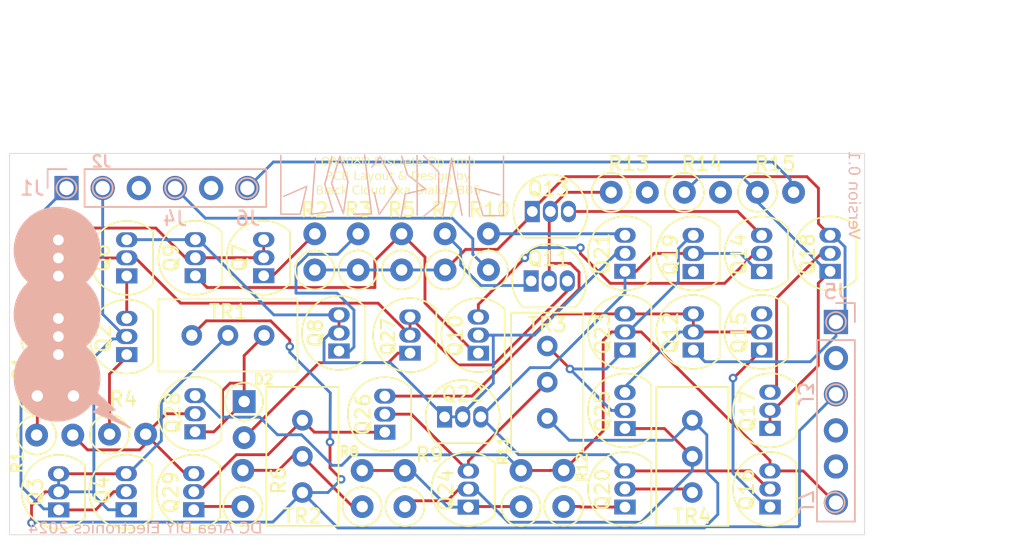
<source format=kicad_pcb>
(kicad_pcb (version 20240108) (generator "pcbnew") (generator_version "8.0")
  (layers (0 "F.Cu" signal) (31 "B.Cu" signal) (34 "B.Paste" user) (35 "F.Paste" user) (36 "B.SilkS" user "B.Silkscreen") (37 "F.SilkS" user "F.Silkscreen") (38 "B.Mask" user) (39 "F.Mask" user) (44 "Edge.Cuts" user))
  (net 0 "")
  (net 1 "Net-(D1-A)")
  (net 2 "Net-(D1-K)")
  (net 3 "Net-(D2-K)")
  (net 4 "Net-(D2-A)")
  (net 5 "Net-(J1-Pin_1)")
  (net 6 "Net-(J2-Pin_1)")
  (net 7 "Net-(J3-Pin_1)")
  (net 8 "Net-(J4-Pin_1)")
  (net 9 "Net-(J5-Pin_1)")
  (net 10 "Net-(J6-Pin_1)")
  (net 11 "Net-(J7-Pin_1)")
  (net 12 "Net-(Q1-C)")
  (net 13 "Net-(Q2-C)")
  (net 14 "Net-(Q2-E)")
  (net 15 "Net-(Q3-C)")
  (net 16 "Net-(Q5-C)")
  (net 17 "Net-(Q11-C)")
  (net 18 "Net-(Q7-E)")
  (net 19 "Net-(Q8-E)")
  (net 20 "Net-(Q10-E)")
  (net 21 "Net-(Q10-C)")
  (net 22 "Net-(Q11-E)")
  (net 23 "Net-(Q11-B)")
  (net 24 "Net-(Q13-E)")
  (net 25 "Net-(Q14-E)")
  (net 26 "Net-(Q15-E)")
  (net 27 "Net-(Q15-C)")
  (net 28 "Net-(Q17-B)")
  (net 29 "Net-(Q19-E)")
  (net 30 "Net-(Q20-B)")
  (net 31 "Net-(Q20-E)")
  (net 32 "Net-(Q21-C)")
  (net 33 "Net-(Q23-D)")
  (net 34 "Net-(Q24-C)")
  (net 35 "Net-(Q24-E)")
  (net 36 "Net-(Q24-B)")
  (net 37 "Net-(Q26-E)")
  (net 38 "Net-(Q28-B)")
  (net 39 "Net-(Q29-E)")
  (net 40 "Net-(R6-Pad2)")
  (footprint "Package_TO_SOT_THT:TO-92_Inline" (layer "F.Cu") (at 200.84 73.72 90)
    (property "Reference" "Q21")
    (property "Value" "2N3904")
  )
  (footprint "Resistor_THT:R_Axial_DIN0207_L6.3mm_D2.5mm_P2.54mm_Vertical" (layer "F.Cu") (at 182.1 73.62 90)
    (property "Reference" "R3")
    (property "Value" "20k")
  )
  (footprint "Potentiometer_THT:Potentiometer_Bourns_3386C_Horizontal" (layer "F.Cu") (at 175.49 78.22 -90)
    (property "Reference" "TR1")
    (property "Value" "50k")
  )
  (footprint "Package_TO_SOT_THT:TO-92_Inline" (layer "F.Cu") (at 200.84 84.77 90)
    (property "Reference" "Q25")
    (property "Value" "2N3904")
  )
  (footprint "Resistor_THT:R_Axial_DIN0207_L6.3mm_D2.5mm_P2.54mm_Vertical" (layer "F.Cu") (at 185.38 90.26 90)
    (property "Reference" "R9")
    (property "Value" "20k")
  )
  (footprint "Package_TO_SOT_THT:TO-92_Inline" (layer "F.Cu") (at 194.33 69.51)
    (property "Reference" "Q13")
    (property "Value" "NPN")
  )
  (footprint "Package_TO_SOT_THT:TO-92_Inline" (layer "F.Cu") (at 165.84 79.57 90)
    (property "Reference" "Q2")
    (property "Value" "2N3904")
  )
  (footprint "Package_TO_SOT_THT:TO-92_Inline" (layer "F.Cu") (at 200.84 90.29 90)
    (property "Reference" "Q20")
    (property "Value" "2N3904")
  )
  (footprint "Package_TO_SOT_THT:TO-92_Inline" (layer "F.Cu") (at 205.64 79.25 90)
    (property "Reference" "Q12")
    (property "Value" "2N3906")
  )
  (footprint "Package_TO_SOT_THT:TO-92_Inline" (layer "F.Cu") (at 189.84 90.3 90)
    (property "Reference" "Q24")
    (property "Value" "2N3904")
  )
  (footprint "Potentiometer_THT:Potentiometer_Bourns_3386C_Horizontal" (layer "F.Cu") (at 195.38 78.97)
    (property "Reference" "TR3")
    (property "Value" "940ohm")
  )
  (footprint "Package_TO_SOT_THT:TO-92_Inline" (layer "F.Cu") (at 165.84 74.04 90)
    (property "Reference" "Q6")
    (property "Value" "2N3904")
  )
  (footprint "Resistor_THT:R_Axial_DIN0207_L6.3mm_D2.5mm_P2.54mm_Vertical" (layer "F.Cu") (at 159.51 85.23)
    (property "Reference" "R1")
    (property "Value" "2k")
  )
  (footprint "Resistor_THT:R_Axial_DIN0207_L6.3mm_D2.5mm_P2.54mm_Vertical" (layer "F.Cu") (at 188.2 73.62 90)
    (property "Reference" "R7")
    (property "Value" "10k")
  )
  (footprint "Package_TO_SOT_THT:TO-92_Inline" (layer "F.Cu") (at 194.25 74.4)
    (property "Reference" "Q11")
    (property "Value" "2N3906")
  )
  (footprint "Package_TO_SOT_THT:TO-92_Inline" (layer "F.Cu") (at 165.8 90.48 90)
    (property "Reference" "Q4")
    (property "Value" "2N3904")
  )
  (footprint "Package_TO_SOT_THT:TO-92_Inline" (layer "F.Cu") (at 183.97 85.03 90)
    (property "Reference" "Q26")
    (property "Value" "2N3904")
  )
  (footprint "Package_TO_SOT_THT:TO-92_Inline" (layer "F.Cu") (at 170.64 85 90)
    (property "Reference" "Q28")
    (property "Value" "2N3906")
  )
  (footprint "Resistor_THT:R_Axial_DIN0207_L6.3mm_D2.5mm_P2.54mm_Vertical" (layer "F.Cu") (at 182.38 90.26 90)
    (property "Reference" "R8")
    (property "Value" "500ohm")
  )
  (footprint "Package_TO_SOT_THT:TO-92_Inline" (layer "F.Cu") (at 185.74 79.47 90)
    (property "Reference" "Q27")
    (property "Value" "2N3904")
  )
  (footprint "Resistor_THT:R_Axial_DIN0207_L6.3mm_D2.5mm_P2.54mm_Vertical" (layer "F.Cu") (at 199.87 68.16)
    (property "Reference" "R13")
    (property "Value" "2k")
  )
  (footprint "Resistor_THT:R_Axial_DIN0207_L6.3mm_D2.5mm_P2.54mm_Vertical" (layer "F.Cu") (at 164.63 85.17)
    (property "Reference" "R4")
    (property "Value" "2k")
  )
  (footprint "Package_TO_SOT_THT:TO-92_Inline" (layer "F.Cu") (at 188.17 83.95)
    (property "Reference" "Q22")
    (property "Value" "~")
  )
  (footprint "Resistor_THT:R_Axial_DIN0207_L6.3mm_D2.5mm_P2.54mm_Vertical" (layer "F.Cu") (at 193.54 90.26 90)
    (property "Reference" "R11")
    (property "Value" "1k")
  )
  (footprint "Package_TO_SOT_THT:TO-92_Inline" (layer "F.Cu") (at 190.54 79.47 90)
    (property "Reference" "Q10")
    (property "Value" "2N3906")
  )
  (footprint "Resistor_THT:R_Axial_DIN0207_L6.3mm_D2.5mm_P2.54mm_Vertical" (layer "F.Cu") (at 205.01 68.16)
    (property "Reference" "R14")
    (property "Value" "240ohm")
  )
  (footprint "Package_TO_SOT_THT:TO-92_Inline" (layer "F.Cu") (at 161.04 74.05 90)
    (property "Reference" "Q5")
    (property "Value" "2N3904")
  )
  (footprint "Package_TO_SOT_THT:TO-92_Inline" (layer "F.Cu") (at 170.66 74.03 90)
    (property "Reference" "Q9")
    (property "Value" "2N3906")
  )
  (footprint "Resistor_THT:R_Axial_DIN0207_L6.3mm_D2.5mm_P2.54mm_Vertical" (layer "F.Cu") (at 210.145 68.16)
    (property "Reference" "R15")
    (property "Value" "90ohm")
  )
  (footprint "Package_TO_SOT_THT:TO-92_Inline" (layer "F.Cu") (at 175.46 74.03 90)
    (property "Reference" "Q7")
    (property "Value" "2N3906")
  )
  (footprint "Package_TO_SOT_THT:TO-92_Inline" (layer "F.Cu") (at 200.84 79.25 90)
    (property "Reference" "Q23")
    (property "Value" "NJFET")
  )
  (footprint "Package_TO_SOT_THT:TO-92_Inline" (layer "F.Cu") (at 211.03 90.29 90)
    (property "Reference" "Q16")
    (property "Value" "2N3906")
  )
  (footprint "Resistor_THT:R_Axial_DIN0207_L6.3mm_D2.5mm_P2.54mm_Vertical" (layer "F.Cu") (at 191.25 73.615 90)
    (property "Reference" "R10")
    (property "Value" "5.6k")
  )
  (footprint "Diode_THT:D_DO-35_SOD27_P2.54mm_Vertical_AnodeUp" (layer "F.Cu") (at 174.09 82.87 -90)
    (property "Reference" "D2")
    (property "Value" "1N5711")
  )
  (footprint "Diode_THT:D_DO-35_SOD27_P2.54mm_Vertical_AnodeUp" (layer "F.Cu") (at 159.56 82.48)
    (property "Reference" "D1")
    (property "Value" "1N5711")
  )
  (footprint "Potentiometer_THT:Potentiometer_Bourns_3386C_Horizontal" (layer "F.Cu") (at 205.57 89.27 180)
    (property "Reference" "TR4")
    (property "Value" "20k")
  )
  (footprint "Resistor_THT:R_Axial_DIN0207_L6.3mm_D2.5mm_P2.54mm_Vertical" (layer "F.Cu") (at 196.54 90.25 90)
    (property "Reference" "R12")
    (property "Value" "820ohm")
  )
  (footprint "Package_TO_SOT_THT:TO-92_Inline" (layer "F.Cu") (at 205.64 73.73 90)
    (property "Reference" "Q19")
    (property "Value" "2N3906")
  )
  (footprint "Package_TO_SOT_THT:TO-92_Inline" (layer "F.Cu") (at 161.06 90.49 90)
    (property "Reference" "Q3")
    (property "Value" "2N3904")
  )
  (footprint "Resistor_THT:R_Axial_DIN0207_L6.3mm_D2.5mm_P2.54mm_Vertical" (layer "F.Cu") (at 179.05 73.62 90)
    (property "Reference" "R2")
    (property "Value" "20k")
  )
  (footprint "Package_TO_SOT_THT:TO-92_Inline" (layer "F.Cu") (at 180.75 79.32 90)
    (property "Reference" "Q8")
    (property "Value" "2N3906")
  )
  (footprint "Package_TO_SOT_THT:TO-92_Inline" (layer "F.Cu") (at 161.04 79.57 90)
    (property "Reference" "Q1")
    (property "Value" "2N3904")
  )
  (footprint "Resistor_THT:R_Axial_DIN0207_L6.3mm_D2.5mm_P2.54mm_Vertical" (layer "F.Cu") (at 185.15 73.62 90)
    (property "Reference" "R5")
    (property "Value" "10k")
  )
  (footprint "Potentiometer_THT:Potentiometer_Bourns_3386C_Horizontal" (layer "F.Cu") (at 178.18 84.19)
    (property "Reference" "TR2")
    (property "Value" "60k")
  )
  (footprint "Package_TO_SOT_THT:TO-92_Inline" (layer "F.Cu") (at 211.03 84.76 90)
    (property "Reference" "Q17")
    (property "Value" "2N3904")
  )
  (footprint "Package_TO_SOT_THT:TO-92_Inline" (layer "F.Cu") (at 210.44 73.73 90)
    (property "Reference" "Q14")
    (property "Value" "2N3904")
  )
  (footprint "Package_TO_SOT_THT:TO-92_Inline" (layer "F.Cu") (at 170.55 90.48 90)
    (property "Reference" "Q29")
    (property "Value" "2N3904")
  )
  (footprint "Resistor_THT:R_Axial_DIN0207_L6.3mm_D2.5mm_P2.54mm_Vertical" (layer "F.Cu") (at 174 90.25 90)
    (property "Reference" "R6")
    (property "Value" "6.4k")
  )
  (footprint "Package_TO_SOT_THT:TO-92_Inline" (layer "F.Cu") (at 215.25 73.72 90)
    (property "Reference" "Q18")
    (property "Value" "2N3904")
  )
  (footprint "Package_TO_SOT_THT:TO-92_Inline" (layer "F.Cu") (at 210.44 79.25 90)
    (property "Reference" "Q15")
    (property "Value" "2N3904")
  )
  (footprint "TestPoint:TestPoint_Pad_D1.0mm" (layer "B.Cu") (at 215.66 82.36 -90)
    (property "Reference" "J3")
    (property "Value" "Compensation 1")
  )
  (footprint "TestPoint:TestPoint_Pad_D1.0mm" (layer "B.Cu") (at 215.57 89.96 180)
    (property "Reference" "J7")
    (property "Value" "Conn_01x01")
  )
  (footprint "Connector_PinHeader_2.54mm:PinHeader_1x06_P2.54mm_Vertical" (layer "B.Cu") (at 215.66 77.28 180)
    (property "Reference" "REF**" (hide yes))
    (property "Value" "PinHeader_1x06_P2.54mm_Vertical")
  )
  (footprint "TestPoint:TestPoint_Pad_D1.0mm" (layer "B.Cu") (at 161.61 67.86 180)
    (property "Reference" "J1")
    (property "Value" "Conn_01x01")
  )
  (footprint "TestPoint:TestPoint_Pad_D1.0mm" (layer "B.Cu") (at 164.15 67.86 180)
    (property "Reference" "J2")
    (property "Value" "Conn_01x01")
  )
  (footprint "TestPoint:TestPoint_Pad_D1.0mm" (layer "B.Cu") (at 174.31 67.86 180)
    (property "Reference" "J6")
    (property "Value" "Conn_01x01")
  )
  (footprint "TestPoint:TestPoint_Pad_D1.0mm" (layer "B.Cu") (at 169.24 67.86 180)
    (property "Reference" "J4")
    (property "Value" "Compensation 8")
  )
  (footprint "Black Cloud Main:BlackCloudonlyHellaSmall" (layer "B.Cu") (at 160.447054 76.732053 -90)
    (property "Reference" "REF**")
    (property "Value" "BlackCloudonlyHellaSmall")
  )
  (footprint "Connector_PinHeader_2.54mm:PinHeader_1x06_P2.54mm_Vertical" (layer "B.Cu") (at 161.61 67.86 -90)
    (property "Reference" "REF**" (hide yes))
    (property "Value" "PinHeader_1x06_P2.54mm_Vertical")
  )
  (footprint "TestPoint:TestPoint_Pad_D1.0mm" (layer "B.Cu") (at 215.66 77.28 180)
    (property "Reference" "J5")
    (property "Value" "Conn_01x01")
  )
  (footprint "TJLibrary:BlackCloudLogoOnlySmall" (layer "B.Cu") (at 184.84 67.9 180)
    (property "Reference" "REF**" (hide yes))
    (property "Value" "BlackCloudLogoOnlySmall" (hide yes))
  )
  (gr_rect (start 157.61 65.43) (end 217.67 92.24) (stroke (width 0.05)) (fill none) (layer "Edge.Cuts"))
  (gr_text "Version 0.1" (at 216.42 71.48 -90) (layer "B.SilkS") (effects (font (size 0.8 0.8) (thickness 0.1)) (justify left bottom mirror)))
  (gr_text "DC Area DIY Electronics 2024" (at 175.37 92.28 0) (layer "B.SilkS") (effects (font (size 0.8 0.8) (thickness 0.1)) (justify left bottom mirror)))
  (gr_text "OA308D Discrete Op Amp\nPCB Layout & Design by\nBlack Cloud aka Dialup BBS" (at 184.91 68.4 0) (layer "F.SilkS") (effects (font (size 0.6 0.6) (thickness 0.1)) (justify bottom)))
  (segment (start 170.41 78.22) (end 171.43 77.2) (width 0.2) (layer "F.Cu") (net 0))
  (segment (start 171.43 77.2) (end 175.95 77.2) (width 0.2) (layer "F.Cu") (net 0))
  (segment (start 177.29 79.01) (end 177.29 79) (width 0.2) (layer "F.Cu") (net 0))
  (segment (start 175.95 77.2) (end 177.29 78.54) (width 0.2) (layer "F.Cu") (net 0))
  (segment (start 161.06 89.22) (end 160.11 89.22) (width 0.2) (layer "F.Cu") (net 0))
  (segment (start 177.29 78.54) (end 177.29 79.01) (width 0.2) (layer "F.Cu") (net 0))
  (segment (start 180.12 87.54) (end 180.9 88.34) (width 0.2) (layer "F.Cu") (net 0))
  (segment (start 159.15 90.18) (end 159.15 91.4) (width 0.2) (layer "F.Cu") (net 0))
  (segment (start 180.9 88.34) (end 180.79 88.21) (width 0.2) (layer "F.Cu") (net 0))
  (segment (start 160.11 89.22) (end 159.15 90.18) (width 0.2) (layer "F.Cu") (net 0))
  (segment (start 180.12 85.72) (end 180.12 87.54) (width 0.2) (layer "F.Cu") (net 0))
  (via (at 177.29 79.01) (size 0.6) (drill 0.3) (layers "F.Cu" "B.Cu") (net 0))
  (via (at 180.9 88.34) (size 0.6) (drill 0.3) (layers "F.Cu" "B.Cu") (net 0))
  (via (at 180.12 85.72) (size 0.6) (drill 0.3) (layers "F.Cu" "B.Cu") (net 0))
  (via (at 159.15 91.4) (size 0.6) (drill 0.3) (layers "F.Cu" "B.Cu") (net 0))
  (segment (start 161.06 88.654315) (end 160.777157 88.937158) (width 0.2) (layer "B.Cu") (net 0))
  (segment (start 206.41 91.76) (end 207.36 90.81) (width 0.2) (layer "B.Cu") (net 0))
  (segment (start 180.12 85.72) (end 180.14 85.56) (width 0.2) (layer "B.Cu") (net 0))
  (segment (start 178.18 89.27) (end 180.67 91.76) (width 0.2) (layer "B.Cu") (net 0))
  (segment (start 213.1 84.92) (end 215.66 82.36) (width 0.2) (layer "B.Cu") (net 0))
  (segment (start 212.995 91.675) (end 213.1 91.57) (width 0.2) (layer "B.Cu") (net 0))
  (segment (start 177.29 79.01) (end 177.29 79.41) (width 0.2) (layer "B.Cu") (net 0))
  (segment (start 206.495 91.675) (end 212.995 91.675) (width 0.2) (layer "B.Cu") (net 0))
  (segment (start 206.41 91.76) (end 206.495 91.675) (width 0.2) (layer "B.Cu") (net 0))
  (segment (start 159.24 91.35) (end 159.29 91.4) (width 0.2) (layer "B.Cu") (net 0))
  (segment (start 213.1 91.57) (end 213.1 84.92) (width 0.2) (layer "B.Cu") (net 0))
  (segment (start 180.14 82.26) (end 180.12 85.72) (width 0.2) (layer "B.Cu") (net 0))
  (segment (start 161.06 87.95) (end 161.06 88.654315) (width 0.2) (layer "B.Cu") (net 0))
  (segment (start 177.29 79.41) (end 180.14 82.26) (width 0.2) (layer "B.Cu") (net 0))
  (segment (start 159.15 91.4) (end 159.15 91.26) (width 0.2) (layer "B.Cu") (net 0))
  (segment (start 159.15 91.26) (end 159.09 91.2) (width 0.2) (layer "B.Cu") (net 0))
  (segment (start 206.59 87.85) (end 206.59 85.21) (width 0.2) (layer "B.Cu") (net 0))
  (segment (start 179.97 89.27) (end 178.18 89.27) (width 0.2) (layer "B.Cu") (net 0))
  (segment (start 207.36 90.81) (end 207.36 88.62) (width 0.2) (layer "B.Cu") (net 0))
  (segment (start 180.9 88.34) (end 179.97 89.27) (width 0.2) (layer "B.Cu") (net 0))
  (segment (start 180.67 91.76) (end 206.41 91.76) (width 0.2) (layer "B.Cu") (net 0))
  (segment (start 196.925 85.595) (end 195.38 84.05) (width 0.2) (layer "B.Cu") (net 0))
  (segment (start 207.36 88.62) (end 206.59 87.85) (width 0.2) (layer "B.Cu") (net 0))
  (segment (start 159.29 91.4) (end 159.15 91.4) (width 0.2) (layer "B.Cu") (net 0))
  (segment (start 178.18 89.27) (end 176.1 91.35) (width 0.2) (layer "B.Cu") (net 0))
  (segment (start 206.59 85.21) (end 205.57 84.19) (width 0.2) (layer "B.Cu") (net 0))
  (segment (start 204.165 85.595) (end 196.925 85.595) (width 0.2) (layer "B.Cu") (net 0))
  (segment (start 176.1 91.35) (end 159.24 91.35) (width 0.2) (layer "B.Cu") (net 0))
  (segment (start 205.57 84.19) (end 204.165 85.595) (width 0.2) (layer "B.Cu") (net 0))
  (segment (start 161.05 79.72) (end 161.05 81.43) (width 0.2) (layer "F.Cu") (net 1))
  (segment (start 161.05 81.43) (end 162.1 82.48) (width 0.2) (layer "F.Cu") (net 1))
  (segment (start 161.05 79.72) (end 161.03 79.74) (width 0.2) (layer "F.Cu") (net 1))
  (segment (start 159.56 85.18) (end 159.51 85.23) (width 0.2) (layer "F.Cu") (net 2))
  (segment (start 159.56 82.48) (end 159.56 85.18) (width 0.2) (layer "F.Cu") (net 2))
  (segment (start 173.1 81.58) (end 174.09 81.58) (width 0.2) (layer "F.Cu") (net 3))
  (segment (start 174.09 82.87) (end 174.09 81.58) (width 0.2) (layer "F.Cu") (net 3))
  (segment (start 174.09 81.58) (end 174.09 79.64) (width 0.2) (layer "F.Cu") (net 3))
  (segment (start 170.64 85) (end 171.96 85) (width 0.2) (layer "F.Cu") (net 3))
  (segment (start 172.57 84.39) (end 172.57 82.11) (width 0.2) (layer "F.Cu") (net 3))
  (segment (start 172.56 84.4) (end 172.57 84.39) (width 0.2) (layer "F.Cu") (net 3))
  (segment (start 171.96 85) (end 172.56 84.4) (width 0.2) (layer "F.Cu") (net 3))
  (segment (start 174.09 79.64) (end 175.44 78.29) (width 0.2) (layer "F.Cu") (net 3))
  (segment (start 172.57 82.11) (end 173.1 81.58) (width 0.2) (layer "F.Cu") (net 3))
  (segment (start 172.56 84.4) (end 174.09 82.87) (width 0.2) (layer "F.Cu") (net 3))
  (segment (start 184.215 80.145) (end 179.355 80.145) (width 0.2) (layer "F.Cu") (net 4))
  (segment (start 185.74 79.47) (end 184.89 79.47) (width 0.2) (layer "F.Cu") (net 4))
  (segment (start 184.89 79.47) (end 184.215 80.145) (width 0.2) (layer "F.Cu") (net 4))
  (segment (start 179.355 80.145) (end 174.09 85.41) (width 0.2) (layer "F.Cu") (net 4))
  (segment (start 163.65 90.49) (end 161.06 90.49) (width 0.2) (layer "F.Cu") (net 5))
  (segment (start 164.93 89.21) (end 163.65 90.49) (width 0.2) (layer "F.Cu") (net 5))
  (segment (start 165.8 89.21) (end 164.93 89.21) (width 0.2) (layer "F.Cu") (net 5))
  (segment (start 159.99 69.48) (end 159.99 77.475) (width 0.2) (layer "B.Cu") (net 5))
  (segment (start 158.41 80.14) (end 158.41 88.82) (width 0.2) (layer "B.Cu") (net 5))
  (segment (start 160.1 78.45) (end 158.41 80.14) (width 0.2) (layer "B.Cu") (net 5))
  (segment (start 160.01 90.42) (end 160.59 90.42) (width 0.2) (layer "B.Cu") (net 5))
  (segment (start 161.61 67.86) (end 159.99 69.48) (width 0.2) (layer "B.Cu") (net 5))
  (segment (start 159.99 77.475) (end 160.815 78.3) (width 0.2) (layer "B.Cu") (net 5))
  (segment (start 158.41 88.82) (end 160.01 90.42) (width 0.2) (layer "B.Cu") (net 5))
  (segment (start 160.815 78.3) (end 161.04 78.3) (width 0.2) (layer "B.Cu") (net 5))
  (segment (start 161.05 78.45) (end 160.1 78.45) (width 0.2) (layer "B.Cu") (net 5))
  (segment (start 165.8 90.48) (end 165.8 90.49) (width 0.2) (layer "F.Cu") (net 6))
  (segment (start 165.8 90.49) (end 165.83 90.52) (width 0.2) (layer "F.Cu") (net 6))
  (segment (start 163.53 79.78) (end 163.53 89.47) (width 0.2) (layer "B.Cu") (net 6))
  (segment (start 164.84 78.47) (end 163.53 79.78) (width 0.2) (layer "B.Cu") (net 6))
  (segment (start 165.615 78.3) (end 165.84 78.3) (width 0.2) (layer "B.Cu") (net 6))
  (segment (start 164.15 67.86) (end 164.15 76.731726) (width 0.2) (layer "B.Cu") (net 6))
  (segment (start 163.53 89.47) (end 164.54 90.48) (width 0.2) (layer "B.Cu") (net 6))
  (segment (start 164.54 90.48) (end 165.8 90.48) (width 0.2) (layer "B.Cu") (net 6))
  (segment (start 161.06 89.22) (end 163.53 89.22) (width 0.2) (layer "B.Cu") (net 6))
  (segment (start 165.79 78.47) (end 164.84 78.47) (width 0.2) (layer "B.Cu") (net 6))
  (segment (start 164.15 76.731726) (end 165.718274 78.3) (width 0.2) (layer "B.Cu") (net 6))
  (segment (start 165.718274 78.3) (end 165.84 78.3) (width 0.2) (layer "B.Cu") (net 6))
  (segment (start 180.75 76.78) (end 180.75 78.05) (width 0.2) (layer "F.Cu") (net 7))
  (segment (start 200.235 72.45) (end 200.84 72.45) (width 0.2) (layer "B.Cu") (net 7))
  (segment (start 189.44 83.725) (end 191.59 81.575) (width 0.2) (layer "B.Cu") (net 7))
  (segment (start 170.885 71.49) (end 176.175 76.78) (width 0.2) (layer "B.Cu") (net 7))
  (segment (start 179.7 78.495) (end 180.145 78.05) (width 0.2) (layer "B.Cu") (net 7))
  (segment (start 176.175 76.78) (end 180.75 76.78) (width 0.2) (layer "B.Cu") (net 7))
  (segment (start 180.145 78.05) (end 180.75 78.05) (width 0.2) (layer "B.Cu") (net 7))
  (segment (start 189.44 83.95) (end 189.44 83.725) (width 0.2) (layer "B.Cu") (net 7))
  (segment (start 184.365 80.145) (end 179.7 80.145) (width 0.2) (layer "B.Cu") (net 7))
  (segment (start 170.66 71.49) (end 170.885 71.49) (width 0.2) (layer "B.Cu") (net 7))
  (segment (start 166.51 71.5) (end 166.52 71.49) (width 0.2) (layer "B.Cu") (net 7))
  (segment (start 191.49 78.2) (end 190.54 78.2) (width 0.2) (layer "B.Cu") (net 7))
  (segment (start 165.84 71.5) (end 166.51 71.5) (width 0.2) (layer "B.Cu") (net 7))
  (segment (start 179.7 80.145) (end 179.7 78.495) (width 0.2) (layer "B.Cu") (net 7))
  (segment (start 194.485 78.2) (end 200.235 72.45) (width 0.2) (layer "B.Cu") (net 7))
  (segment (start 191.59 81.575) (end 191.59 78.3) (width 0.2) (layer "B.Cu") (net 7))
  (segment (start 188.17 83.95) (end 184.365 80.145) (width 0.2) (layer "B.Cu") (net 7))
  (segment (start 191.59 78.3) (end 191.49 78.2) (width 0.2) (layer "B.Cu") (net 7))
  (segment (start 189.44 83.95) (end 188.17 83.95) (width 0.2) (layer "B.Cu") (net 7))
  (segment (start 166.52 71.49) (end 170.66 71.49) (width 0.2) (layer "B.Cu") (net 7))
  (segment (start 190.54 78.2) (end 194.485 78.2) (width 0.2) (layer "B.Cu") (net 7))
  (segment (start 190.15 72.515) (end 191.25 73.615) (width 0.2) (layer "B.Cu") (net 8))
  (segment (start 171.36 69.98) (end 188.7 69.98) (width 0.2) (layer "B.Cu") (net 8))
  (segment (start 188.7 69.98) (end 190.15 71.43) (width 0.2) (layer "B.Cu") (net 8))
  (segment (start 169.24 67.86) (end 171.36 69.98) (width 0.2) (layer "B.Cu") (net 8))
  (segment (start 190.15 71.43) (end 190.15 72.515) (width 0.2) (layer "B.Cu") (net 8))
  (segment (start 214.43 70.36) (end 215.25 71.18) (width 0.2) (layer "F.Cu") (net 9))
  (segment (start 194.33 69.388274) (end 196.658274 67.06) (width 0.2) (layer "F.Cu") (net 9))
  (segment (start 194.33 69.735) (end 194.33 69.51) (width 0.2) (layer "F.Cu") (net 9))
  (segment (start 196.658274 67.06) (end 213.62 67.06) (width 0.2) (layer "F.Cu") (net 9))
  (segment (start 188.2 73.62) (end 189.645 72.175) (width 0.2) (layer "F.Cu") (net 9))
  (segment (start 214.43 67.87) (end 214.43 70.36) (width 0.2) (layer "F.Cu") (net 9))
  (segment (start 215.25 71.18) (end 215.371726 71.18) (width 0.2) (layer "F.Cu") (net 9))
  (segment (start 213.62 67.06) (end 214.43 67.87) (width 0.2) (layer "F.Cu") (net 9))
  (segment (start 194.33 69.51) (end 194.33 69.388274) (width 0.2) (layer "F.Cu") (net 9))
  (segment (start 189.645 72.175) (end 191.89 72.175) (width 0.2) (layer "F.Cu") (net 9))
  (segment (start 191.89 72.175) (end 194.33 69.735) (width 0.2) (layer "F.Cu") (net 9))
  (segment (start 216.3 72.005) (end 215.475 71.18) (width 0.2) (layer "B.Cu") (net 9))
  (segment (start 213.855 80.075) (end 215.66 78.27) (width 0.2) (layer "B.Cu") (net 9))
  (segment (start 206.465 80.075) (end 213.855 80.075) (width 0.2) (layer "B.Cu") (net 9))
  (segment (start 216.3 76.64) (end 216.3 72.005) (width 0.2) (layer "B.Cu") (net 9))
  (segment (start 215.475 71.18) (end 215.25 71.18) (width 0.2) (layer "B.Cu") (net 9))
  (segment (start 215.66 77.28) (end 216.3 76.64) (width 0.2) (layer "B.Cu") (net 9))
  (segment (start 205.64 79.25) (end 206.465 80.075) (width 0.2) (layer "B.Cu") (net 9))
  (segment (start 179.05 73.62) (end 188.2 73.62) (width 0.2) (layer "B.Cu") (net 9))
  (segment (start 215.66 78.27) (end 215.66 77.28) (width 0.2) (layer "B.Cu") (net 9))
  (segment (start 212.45 67.27) (end 212.45 67.925) (width 0.2) (layer "B.Cu") (net 10))
  (segment (start 212.45 67.925) (end 212.685 68.16) (width 0.2) (layer "B.Cu") (net 10))
  (segment (start 211.21 66.03) (end 212.45 67.27) (width 0.2) (layer "B.Cu") (net 10))
  (segment (start 176.14 66.03) (end 211.21 66.03) (width 0.2) (layer "B.Cu") (net 10))
  (segment (start 174.31 67.86) (end 176.14 66.03) (width 0.2) (layer "B.Cu") (net 10))
  (segment (start 201.985 77.98) (end 200.84 77.98) (width 0.2) (layer "F.Cu") (net 11))
  (segment (start 196.54 87.71) (end 195.6 87.71) (width 0.2) (layer "F.Cu") (net 11))
  (segment (start 199.310761 84.939239) (end 196.54 87.71) (width 0.2) (layer "F.Cu") (net 11))
  (segment (start 200.84 77.98) (end 199.89 77.98) (width 0.2) (layer "F.Cu") (net 11))
  (segment (start 215.57 89.96) (end 213.36 87.75) (width 0.2) (layer "F.Cu") (net 11))
  (segment (start 213.36 87.75) (end 211.03 87.75) (width 0.2) (layer "F.Cu") (net 11))
  (segment (start 193.215 87.705) (end 193.205 87.715) (width 0.2) (layer "F.Cu") (net 11))
  (segment (start 199.89 77.98) (end 199.310761 78.559239) (width 0.2) (layer "F.Cu") (net 11))
  (segment (start 195.6 87.71) (end 195.59 87.72) (width 0.2) (layer "F.Cu") (net 11))
  (segment (start 211.03 87.025) (end 201.985 77.98) (width 0.2) (layer "F.Cu") (net 11))
  (segment (start 195.59 87.72) (end 193.54 87.72) (width 0.2) (layer "F.Cu") (net 11))
  (segment (start 211.03 87.75) (end 211.03 87.025) (width 0.2) (layer "F.Cu") (net 11))
  (segment (start 199.310761 78.559239) (end 199.310761 84.939239) (width 0.2) (layer "F.Cu") (net 11))
  (segment (start 175.19 83.97) (end 172.375 83.97) (width 0.2) (layer "B.Cu") (net 11))
  (segment (start 172.375 83.97) (end 170.865 82.46) (width 0.2) (layer "B.Cu") (net 11))
  (segment (start 204.59 72.118274) (end 205.518274 71.19) (width 0.2) (layer "B.Cu") (net 11))
  (segment (start 180.935686 87.36) (end 180.264314 87.36) (width 0.2) (layer "B.Cu") (net 11))
  (segment (start 204.59 74.455) (end 204.59 72.118274) (width 0.2) (layer "B.Cu") (net 11))
  (segment (start 181.675686 86.62) (end 180.935686 87.36) (width 0.2) (layer "B.Cu") (net 11))
  (segment (start 176.43 85.21) (end 175.19 83.97) (width 0.2) (layer "B.Cu") (net 11))
  (segment (start 193.54 87.72) (end 192.44 86.62) (width 0.2) (layer "B.Cu") (net 11))
  (segment (start 178.114314 85.21) (end 176.43 85.21) (width 0.2) (layer "B.Cu") (net 11))
  (segment (start 180.264314 87.36) (end 178.114314 85.21) (width 0.2) (layer "B.Cu") (net 11))
  (segment (start 192.44 86.62) (end 181.675686 86.62) (width 0.2) (layer "B.Cu") (net 11))
  (segment (start 170.865 82.46) (end 170.64 82.46) (width 0.2) (layer "B.Cu") (net 11))
  (segment (start 200.84 77.98) (end 201.065 77.98) (width 0.2) (layer "B.Cu") (net 11))
  (segment (start 201.065 77.98) (end 204.59 74.455) (width 0.2) (layer "B.Cu") (net 11))
  (segment (start 205.518274 71.19) (end 205.64 71.19) (width 0.2) (layer "B.Cu") (net 11))
  (segment (start 161.04 74.21) (end 161.04 77.17) (width 0.2) (layer "F.Cu") (net 12))
  (segment (start 161.04 77.17) (end 161.05 77.18) (width 0.2) (layer "F.Cu") (net 12))
  (segment (start 165.84 77.03) (end 165.84 74.04) (width 0.2) (layer "F.Cu") (net 13))
  (segment (start 164.63 80.94) (end 164.63 85.17) (width 0.2) (layer "F.Cu") (net 14))
  (segment (start 165.81 79.76) (end 164.63 80.94) (width 0.2) (layer "F.Cu") (net 14))
  (segment (start 165.79 79.74) (end 165.81 79.76) (width 0.2) (layer "F.Cu") (net 14))
  (segment (start 165.79 87.95) (end 165.8 87.94) (width 0.2) (layer "F.Cu") (net 15))
  (segment (start 161.06 87.95) (end 165.79 87.95) (width 0.2) (layer "F.Cu") (net 15))
  (segment (start 168.27 85.625635) (end 165.955635 87.94) (width 0.2) (layer "B.Cu") (net 15))
  (segment (start 165.955635 87.94) (end 165.8 87.94) (width 0.2) (layer "B.Cu") (net 15))
  (segment (start 168.27 82.92) (end 168.27 85.625635) (width 0.2) (layer "B.Cu") (net 15))
  (segment (start 172.9 78.29) (end 168.27 82.92) (width 0.2) (layer "B.Cu") (net 15))
  (segment (start 169.97 72.76) (end 170.66 72.76) (width 0.2) (layer "F.Cu") (net 16))
  (segment (start 167.885 70.675) (end 169.97 72.76) (width 0.2) (layer "F.Cu") (net 16))
  (segment (start 170.66 72.76) (end 175.46 72.76) (width 0.2) (layer "F.Cu") (net 16))
  (segment (start 161.875 70.675) (end 167.885 70.675) (width 0.2) (layer "F.Cu") (net 16))
  (segment (start 161.04 71.51) (end 161.875 70.675) (width 0.2) (layer "F.Cu") (net 16))
  (segment (start 175.46 72.76) (end 175.46 71.49) (width 0.2) (layer "F.Cu") (net 16))
  (segment (start 169.63 75.955) (end 166.445 72.77) (width 0.2) (layer "F.Cu") (net 17))
  (segment (start 166.445 72.77) (end 165.84 72.77) (width 0.2) (layer "F.Cu") (net 17))
  (segment (start 185.74 76.93) (end 189.105 80.295) (width 0.2) (layer "F.Cu") (net 17))
  (segment (start 185.74 76.93) (end 185.74 78.2) (width 0.2) (layer "F.Cu") (net 17))
  (segment (start 161.04 72.78) (end 165.83 72.78) (width 0.2) (layer "F.Cu") (net 17))
  (segment (start 196.79 75.095) (end 196.79 74.4) (width 0.2) (layer "F.Cu") (net 17))
  (segment (start 183.495 75.955) (end 169.63 75.955) (width 0.2) (layer "F.Cu") (net 17))
  (segment (start 165.83 72.78) (end 165.84 72.77) (width 0.2) (layer "F.Cu") (net 17))
  (segment (start 185.74 78.2) (end 183.495 75.955) (width 0.2) (layer "F.Cu") (net 17))
  (segment (start 191.59 80.295) (end 196.79 75.095) (width 0.2) (layer "F.Cu") (net 17))
  (segment (start 189.105 80.295) (end 191.59 80.295) (width 0.2) (layer "F.Cu") (net 17))
  (segment (start 176.1 74.03) (end 179.05 71.08) (width 0.2) (layer "F.Cu") (net 18))
  (segment (start 175.46 74.03) (end 176.1 74.03) (width 0.2) (layer "F.Cu") (net 18))
  (segment (start 181.8 79.04) (end 181.52 79.32) (width 0.2) (layer "B.Cu") (net 19))
  (segment (start 180.66 72.52) (end 178.594365 72.52) (width 0.2) (layer "B.Cu") (net 19))
  (segment (start 178.594365 72.52) (end 177.73 73.384365) (width 0.2) (layer "B.Cu") (net 19))
  (segment (start 180.611726 75.25) (end 181.8 76.438274) (width 0.2) (layer "B.Cu") (net 19))
  (segment (start 182.1 71.08) (end 180.66 72.52) (width 0.2) (layer "B.Cu") (net 19))
  (segment (start 181.8 76.438274) (end 181.8 79.04) (width 0.2) (layer "B.Cu") (net 19))
  (segment (start 177.73 73.384365) (end 177.73 75.25) (width 0.2) (layer "B.Cu") (net 19))
  (segment (start 177.73 75.25) (end 180.611726 75.25) (width 0.2) (layer "B.Cu") (net 19))
  (segment (start 181.52 79.32) (end 180.75 79.32) (width 0.2) (layer "B.Cu") (net 19))
  (segment (start 171.485 74.855) (end 170.66 74.03) (width 0.2) (layer "F.Cu") (net 20))
  (segment (start 185.15 71.08) (end 186.79 72.72) (width 0.2) (layer "F.Cu") (net 20))
  (segment (start 186.79 72.72) (end 186.79 75.945) (width 0.2) (layer "F.Cu") (net 20))
  (segment (start 185.15 71.08) (end 183.270635 72.959365) (width 0.2) (layer "F.Cu") (net 20))
  (segment (start 190.315 79.47) (end 190.54 79.47) (width 0.2) (layer "F.Cu") (net 20))
  (segment (start 183.270635 72.959365) (end 183.270635 74.855) (width 0.2) (layer "F.Cu") (net 20))
  (segment (start 186.79 75.945) (end 190.315 79.47) (width 0.2) (layer "F.Cu") (net 20))
  (segment (start 183.270635 74.855) (end 171.485 74.855) (width 0.2) (layer "F.Cu") (net 20))
  (segment (start 193.8 72.79) (end 193.8 72.77) (width 0.2) (layer "F.Cu") (net 21))
  (segment (start 190.54 76.93) (end 190.54 76.05) (width 0.2) (layer "F.Cu") (net 21))
  (segment (start 197.71 72.465) (end 199.805 74.56) (width 0.2) (layer "F.Cu") (net 21))
  (segment (start 193.82 72.77) (end 193.73 72.86) (width 0.2) (layer "F.Cu") (net 21))
  (segment (start 199.805 74.56) (end 207.84 74.56) (width 0.2) (layer "F.Cu") (net 21))
  (segment (start 207.84 74.56) (end 209.94 72.46) (width 0.2) (layer "F.Cu") (net 21))
  (segment (start 193.8 72.77) (end 193.82 72.77) (width 0.2) (layer "F.Cu") (net 21))
  (segment (start 209.94 72.46) (end 210.44 72.46) (width 0.2) (layer "F.Cu") (net 21))
  (segment (start 190.54 76.05) (end 193.8 72.79) (width 0.2) (layer "F.Cu") (net 21))
  (segment (start 197.71 72.06) (end 197.71 72.465) (width 0.2) (layer "F.Cu") (net 21))
  (via (at 193.8 72.77) (size 0.6) (drill 0.3) (layers "F.Cu" "B.Cu") (net 21))
  (via (at 197.71 72.06) (size 0.6) (drill 0.3) (layers "F.Cu" "B.Cu") (net 21))
  (segment (start 197.58 72.05) (end 197.71 72.06) (width 0.2) (layer "B.Cu") (net 21))
  (segment (start 193.8 72.77) (end 194.52 72.05) (width 0.2) (layer "B.Cu") (net 21))
  (segment (start 197.71 72.06) (end 197.6 72.05) (width 0.2) (layer "B.Cu") (net 21))
  (segment (start 194.52 72.05) (end 197.58 72.05) (width 0.2) (layer "B.Cu") (net 21))
  (segment (start 197.6 72.05) (end 197.59 72.05) (width 0.2) (layer "B.Cu") (net 21))
  (segment (start 189.3 73.29) (end 189.3 72.18) (width 0.2) (layer "B.Cu") (net 22))
  (segment (start 193.935 74.715) (end 190.725 74.715) (width 0.2) (layer "B.Cu") (net 22))
  (segment (start 194.25 74.4) (end 193.935 74.715) (width 0.2) (layer "B.Cu") (net 22))
  (segment (start 189.3 72.18) (end 188.2 71.08) (width 0.2) (layer "B.Cu") (net 22))
  (segment (start 190.725 74.715) (end 189.3 73.29) (width 0.2) (layer "B.Cu") (net 22))
  (segment (start 205.64 77.98) (end 210.44 77.98) (width 0.2) (layer "F.Cu") (net 23))
  (segment (start 195.875863 76.705863) (end 197.615 74.966726) (width 0.2) (layer "F.Cu") (net 23))
  (segment (start 195.6 69.51) (end 195.6 69.285) (width 0.2) (layer "F.Cu") (net 23))
  (segment (start 195.52 74.4) (end 195.52 73.16) (width 0.2) (layer "F.Cu") (net 23))
  (segment (start 183.97 82.49) (end 190.091726 82.49) (width 0.2) (layer "F.Cu") (net 23))
  (segment (start 197 73.16) (end 195.52 73.16) (width 0.2) (layer "F.Cu") (net 23))
  (segment (start 195.88 76.71) (end 195.875863 76.705863) (width 0.2) (layer "F.Cu") (net 23))
  (segment (start 201.57 76.71) (end 200.84 76.71) (width 0.2) (layer "F.Cu") (net 23))
  (segment (start 200.84 76.71) (end 195.88 76.71) (width 0.2) (layer "F.Cu") (net 23))
  (segment (start 195.52 69.59) (end 195.6 69.51) (width 0.2) (layer "F.Cu") (net 23))
  (segment (start 200.84 81.83) (end 200.84 82.23) (width 0.2) (layer "F.Cu") (net 23))
  (segment (start 197.615 74.966726) (end 197.615 73.775) (width 0.2) (layer "F.Cu") (net 23))
  (segment (start 190.091726 82.49) (end 195.875863 76.705863) (width 0.2) (layer "F.Cu") (net 23))
  (segment (start 195.6 69.285) (end 196.725 68.16) (width 0.2) (layer "F.Cu") (net 23))
  (segment (start 196.725 68.16) (end 199.87 68.16) (width 0.2) (layer "F.Cu") (net 23))
  (segment (start 195.52 73.16) (end 195.52 69.59) (width 0.2) (layer "F.Cu") (net 23))
  (segment (start 197.615 73.775) (end 197 73.16) (width 0.2) (layer "F.Cu") (net 23))
  (segment (start 205.64 76.71) (end 205.64 77.98) (width 0.2) (layer "F.Cu") (net 23))
  (segment (start 200.84 76.71) (end 205.64 76.71) (width 0.2) (layer "F.Cu") (net 23))
  (segment (start 200.84 81.83) (end 200.84 82.23) (width 0.2) (layer "B.Cu") (net 23))
  (segment (start 204.69 77.98) (end 200.84 81.83) (width 0.2) (layer "B.Cu") (net 23))
  (segment (start 205.64 77.98) (end 204.69 77.98) (width 0.2) (layer "B.Cu") (net 23))
  (segment (start 196.87 69.51) (end 208.76 69.51) (width 0.2) (layer "F.Cu") (net 24))
  (segment (start 208.76 69.51) (end 210.44 71.19) (width 0.2) (layer "F.Cu") (net 24))
  (segment (start 201.61 73.72) (end 202.87 72.46) (width 0.2) (layer "F.Cu") (net 25))
  (segment (start 202.87 72.46) (end 205.64 72.46) (width 0.2) (layer "F.Cu") (net 25))
  (segment (start 210.908274 89.02) (end 211.03 89.02) (width 0.2) (layer "F.Cu") (net 25))
  (segment (start 200.84 87.75) (end 209.638274 87.75) (width 0.2) (layer "F.Cu") (net 25))
  (segment (start 209.638274 87.75) (end 210.908274 89.02) (width 0.2) (layer "F.Cu") (net 25))
  (segment (start 200.84 73.72) (end 201.61 73.72) (width 0.2) (layer "F.Cu") (net 25))
  (segment (start 199.7 86.61) (end 200.84 87.75) (width 0.2) (layer "B.Cu") (net 25))
  (segment (start 194.17 80.49) (end 190.71 83.95) (width 0.2) (layer "B.Cu") (net 25))
  (segment (start 200.84 75.22) (end 195.57 80.49) (width 0.2) (layer "B.Cu") (net 25))
  (segment (start 208.945 72.46) (end 210.215 73.73) (width 0.2) (layer "B.Cu") (net 25))
  (segment (start 193.37 86.61) (end 199.7 86.61) (width 0.2) (layer "B.Cu") (net 25))
  (segment (start 205.64 72.46) (end 208.945 72.46) (width 0.2) (layer "B.Cu") (net 25))
  (segment (start 210.215 73.73) (end 210.44 73.73) (width 0.2) (layer "B.Cu") (net 25))
  (segment (start 190.71 83.95) (end 193.37 86.61) (width 0.2) (layer "B.Cu") (net 25))
  (segment (start 200.84 73.72) (end 200.84 75.22) (width 0.2) (layer "B.Cu") (net 25))
  (segment (start 195.57 80.49) (end 194.17 80.49) (width 0.2) (layer "B.Cu") (net 25))
  (segment (start 208.43 81.22) (end 208.47 81.22) (width 0.2) (layer "F.Cu") (net 26))
  (segment (start 208.47 81.22) (end 210.44 79.25) (width 0.2) (layer "F.Cu") (net 26))
  (via (at 208.43 81.22) (size 0.6) (drill 0.3) (layers "F.Cu" "B.Cu") (net 26))
  (segment (start 208.43 87.915) (end 208.43 81.22) (width 0.2) (layer "B.Cu") (net 26))
  (segment (start 208.43 81.22) (end 208.43 81.29) (width 0.2) (layer "B.Cu") (net 26))
  (segment (start 210.805 90.29) (end 208.43 87.915) (width 0.2) (layer "B.Cu") (net 26))
  (segment (start 211.03 90.29) (end 210.805 90.29) (width 0.2) (layer "B.Cu") (net 26))
  (segment (start 211.49 75.605) (end 211.49 81.76) (width 0.2) (layer "F.Cu") (net 27))
  (segment (start 215.25 72.45) (end 214.645 72.45) (width 0.2) (layer "F.Cu") (net 27))
  (segment (start 214.645 72.45) (end 211.49 75.605) (width 0.2) (layer "F.Cu") (net 27))
  (segment (start 211.49 81.76) (end 211.03 82.22) (width 0.2) (layer "F.Cu") (net 27))
  (segment (start 211.03 84.76) (end 211.03 83.49) (width 0.2) (layer "F.Cu") (net 28))
  (segment (start 214.42 80.325) (end 211.255 83.49) (width 0.2) (layer "F.Cu") (net 28))
  (segment (start 214.42 74.55) (end 214.42 80.325) (width 0.2) (layer "F.Cu") (net 28))
  (segment (start 211.255 83.49) (end 211.03 83.49) (width 0.2) (layer "F.Cu") (net 28))
  (segment (start 215.25 73.72) (end 214.42 74.55) (width 0.2) (layer "F.Cu") (net 28))
  (segment (start 210.145 68.84) (end 210.145 68.16) (width 0.2) (layer "B.Cu") (net 28))
  (segment (start 215.25 73.72) (end 215.025 73.72) (width 0.2) (layer "B.Cu") (net 28))
  (segment (start 210.145 68.16) (end 209.045 67.06) (width 0.2) (layer "B.Cu") (net 28))
  (segment (start 206.11 67.06) (end 205.01 68.16) (width 0.2) (layer "B.Cu") (net 28))
  (segment (start 215.025 73.72) (end 210.145 68.84) (width 0.2) (layer "B.Cu") (net 28))
  (segment (start 209.045 67.06) (end 206.11 67.06) (width 0.2) (layer "B.Cu") (net 28))
  (segment (start 205.32 89.02) (end 205.57 89.27) (width 0.2) (layer "F.Cu") (net 30))
  (segment (start 200.84 89.02) (end 205.32 89.02) (width 0.2) (layer "F.Cu") (net 30))
  (segment (start 197.72 90.29) (end 200.84 90.29) (width 0.2) (layer "F.Cu") (net 31))
  (segment (start 197.68 90.25) (end 197.72 90.29) (width 0.2) (layer "F.Cu") (net 31))
  (segment (start 196.54 90.25) (end 197.68 90.25) (width 0.2) (layer "F.Cu") (net 31))
  (segment (start 191.25 71.075) (end 200.735 71.075) (width 0.2) (layer "B.Cu") (net 32))
  (segment (start 200.735 71.075) (end 200.84 71.18) (width 0.2) (layer "B.Cu") (net 32))
  (segment (start 195.38 78.97) (end 196.97 80.56) (width 0.2) (layer "F.Cu") (net 33))
  (via (at 196.974286 80.584013) (size 0.6) (drill 0.3) (layers "F.Cu" "B.Cu") (net 33))
  (segment (start 199.890273 83.5) (end 200.84 83.5) (width 0.2) (layer "B.Cu") (net 33))
  (segment (start 199.505987 80.584013) (end 200.84 79.25) (width 0.2) (layer "B.Cu") (net 33))
  (segment (start 196.974286 80.584013) (end 199.890273 83.5) (width 0.2) (layer "B.Cu") (net 33))
  (segment (start 196.974286 80.584013) (end 199.505987 80.584013) (width 0.2) (layer "B.Cu") (net 33))
  (segment (start 189.84 87.76) (end 185.84 83.76) (width 0.2) (layer "F.Cu") (net 34))
  (segment (start 189.84 87.76) (end 189.84 87.05) (width 0.2) (layer "F.Cu") (net 34))
  (segment (start 189.84 87.05) (end 195.38 81.51) (width 0.2) (layer "F.Cu") (net 34))
  (segment (start 185.84 83.76) (end 183.97 83.76) (width 0.2) (layer "F.Cu") (net 34))
  (segment (start 189.73 90.255) (end 189.685 90.3) (width 0.2) (layer "F.Cu") (net 35))
  (segment (start 193.205 90.255) (end 189.73 90.255) (width 0.2) (layer "F.Cu") (net 35))
  (segment (start 182.38 87.72) (end 185.38 87.72) (width 0.2) (layer "F.Cu") (net 35))
  (segment (start 188.415 90.3) (end 185.425 87.31) (width 0.2) (layer "B.Cu") (net 35))
  (segment (start 189.685 90.3) (end 188.415 90.3) (width 0.2) (layer "B.Cu") (net 35))
  (segment (start 188.355 89.85) (end 185.425 89.85) (width 0.2) (layer "F.Cu") (net 36))
  (segment (start 189.175 89.03) (end 188.355 89.85) (width 0.2) (layer "F.Cu") (net 36))
  (segment (start 203.61 84.77) (end 205.57 86.73) (width 0.2) (layer "F.Cu") (net 36))
  (segment (start 200.84 84.77) (end 203.61 84.77) (width 0.2) (layer "F.Cu") (net 36))
  (segment (start 189.685 89.03) (end 189.175 89.03) (width 0.2) (layer "F.Cu") (net 36))
  (segment (start 205.57 87.748233) (end 201.958233 91.36) (width 0.2) (layer "B.Cu") (net 36))
  (segment (start 201.958233 91.36) (end 192.64 91.36) (width 0.2) (layer "B.Cu") (net 36))
  (segment (start 190.31 89.03) (end 189.84 89.03) (width 0.2) (layer "B.Cu") (net 36))
  (segment (start 205.57 86.73) (end 205.57 87.748233) (width 0.2) (layer "B.Cu") (net 36))
  (segment (start 192.64 91.36) (end 190.31 89.03) (width 0.2) (layer "B.Cu") (net 36))
  (segment (start 179.02 85.03) (end 178.18 84.19) (width 0.2) (layer "F.Cu") (net 37))
  (segment (start 170.944365 89.21) (end 170.55 89.21) (width 0.2) (layer "F.Cu") (net 37))
  (segment (start 173.54 86.61) (end 170.94 89.21) (width 0.2) (layer "F.Cu") (net 37))
  (segment (start 170.94 89.21) (end 170.55 89.21) (width 0.2) (layer "F.Cu") (net 37))
  (segment (start 178.18 84.19) (end 175.76 86.61) (width 0.2) (layer "F.Cu") (net 37))
  (segment (start 175.76 86.61) (end 173.54 86.61) (width 0.2) (layer "F.Cu") (net 37))
  (segment (start 183.97 85.03) (end 179.02 85.03) (width 0.2) (layer "F.Cu") (net 37))
  (segment (start 166.74 86.27) (end 163.09 86.27) (width 0.2) (layer "F.Cu") (net 38))
  (segment (start 167.17 85.17) (end 167.28 85.17) (width 0.2) (layer "F.Cu") (net 38))
  (segment (start 170.64 83.73) (end 168.61 83.73) (width 0.2) (layer "F.Cu") (net 38))
  (segment (start 163.09 86.27) (end 162.05 85.23) (width 0.2) (layer "F.Cu") (net 38))
  (segment (start 169.94 87.94) (end 167.17 85.17) (width 0.2) (layer "F.Cu") (net 38))
  (segment (start 167.28 85.17) (end 167.56 85.45) (width 0.2) (layer "F.Cu") (net 38))
  (segment (start 170.55 87.94) (end 169.94 87.94) (width 0.2) (layer "F.Cu") (net 38))
  (segment (start 167.56 85.45) (end 166.74 86.27) (width 0.2) (layer "F.Cu") (net 38))
  (segment (start 168.61 83.73) (end 167.17 85.17) (width 0.2) (layer "F.Cu") (net 38))
  (segment (start 174 90.25) (end 170.78 90.25) (width 0.2) (layer "F.Cu") (net 39))
  (segment (start 170.78 90.25) (end 170.55 90.48) (width 0.2) (layer "F.Cu") (net 39))
  (segment (start 182.46 90.27) (end 182.45 90.26) (width 0.2) (layer "F.Cu") (net 40))
  (segment (start 181.71 90.26) (end 178.18 86.73) (width 0.2) (layer "F.Cu") (net 40))
  (segment (start 182.45 90.26) (end 181.71 90.26) (width 0.2) (layer "F.Cu") (net 40))
  (segment (start 178.18 86.73) (end 177.48 86.73) (width 0.2) (layer "F.Cu") (net 40))
  (segment (start 176.5 87.71) (end 174 87.71) (width 0.2) (layer "F.Cu") (net 40))
  (segment (start 182.38 90.26) (end 182.45 90.26) (width 0.2) (layer "F.Cu") (net 40))
  (segment (start 177.48 86.73) (end 176.5 87.71) (width 0.2) (layer "F.Cu") (net 40))
)
</source>
